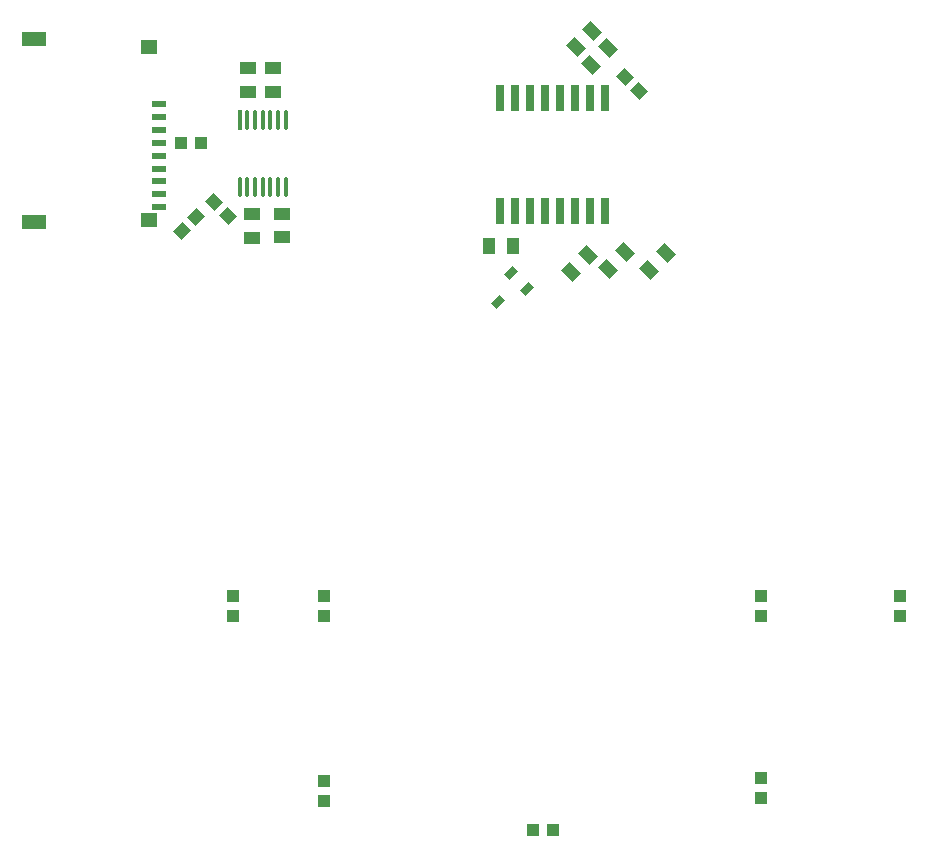
<source format=gbp>
G04*
G04 #@! TF.GenerationSoftware,Altium Limited,Altium Designer,23.10.1 (27)*
G04*
G04 Layer_Color=128*
%FSLAX25Y25*%
%MOIN*%
G70*
G04*
G04 #@! TF.SameCoordinates,F6535FD2-0468-4A63-920D-5F40DC5DF58B*
G04*
G04*
G04 #@! TF.FilePolarity,Positive*
G04*
G01*
G75*
%ADD17R,0.05512X0.03937*%
G04:AMPARAMS|DCode=51|XSize=43.31mil|YSize=39.37mil|CornerRadius=0mil|HoleSize=0mil|Usage=FLASHONLY|Rotation=135.000|XOffset=0mil|YOffset=0mil|HoleType=Round|Shape=Rectangle|*
%AMROTATEDRECTD51*
4,1,4,0.02923,-0.00139,0.00139,-0.02923,-0.02923,0.00139,-0.00139,0.02923,0.02923,-0.00139,0.0*
%
%ADD51ROTATEDRECTD51*%

%ADD52R,0.07874X0.04724*%
%ADD53R,0.05512X0.04724*%
%ADD54R,0.05118X0.02362*%
G04:AMPARAMS|DCode=56|XSize=42.13mil|YSize=23.62mil|CornerRadius=0mil|HoleSize=0mil|Usage=FLASHONLY|Rotation=45.000|XOffset=0mil|YOffset=0mil|HoleType=Round|Shape=Rectangle|*
%AMROTATEDRECTD56*
4,1,4,-0.00654,-0.02325,-0.02325,-0.00654,0.00654,0.02325,0.02325,0.00654,-0.00654,-0.02325,0.0*
%
%ADD56ROTATEDRECTD56*%

%ADD57R,0.04331X0.03937*%
%ADD58R,0.02500X0.08504*%
G04:AMPARAMS|DCode=59|XSize=65.17mil|YSize=14.99mil|CornerRadius=7.5mil|HoleSize=0mil|Usage=FLASHONLY|Rotation=270.000|XOffset=0mil|YOffset=0mil|HoleType=Round|Shape=RoundedRectangle|*
%AMROUNDEDRECTD59*
21,1,0.06517,0.00000,0,0,270.0*
21,1,0.05018,0.01499,0,0,270.0*
1,1,0.01499,0.00000,-0.02509*
1,1,0.01499,0.00000,0.02509*
1,1,0.01499,0.00000,0.02509*
1,1,0.01499,0.00000,-0.02509*
%
%ADD59ROUNDEDRECTD59*%
%ADD60R,0.01499X0.06517*%
G04:AMPARAMS|DCode=61|XSize=43.31mil|YSize=39.37mil|CornerRadius=0mil|HoleSize=0mil|Usage=FLASHONLY|Rotation=45.000|XOffset=0mil|YOffset=0mil|HoleType=Round|Shape=Rectangle|*
%AMROTATEDRECTD61*
4,1,4,-0.00139,-0.02923,-0.02923,-0.00139,0.00139,0.02923,0.02923,0.00139,-0.00139,-0.02923,0.0*
%
%ADD61ROTATEDRECTD61*%

G04:AMPARAMS|DCode=62|XSize=55.12mil|YSize=39.37mil|CornerRadius=0mil|HoleSize=0mil|Usage=FLASHONLY|Rotation=315.000|XOffset=0mil|YOffset=0mil|HoleType=Round|Shape=Rectangle|*
%AMROTATEDRECTD62*
4,1,4,-0.03341,0.00557,-0.00557,0.03341,0.03341,-0.00557,0.00557,-0.03341,-0.03341,0.00557,0.0*
%
%ADD62ROTATEDRECTD62*%

%ADD63R,0.03937X0.05512*%
%ADD65R,0.03937X0.04331*%
D17*
X85000Y254732D02*
D03*
Y262606D02*
D03*
X95000Y262874D02*
D03*
Y255000D02*
D03*
X83500Y303394D02*
D03*
Y311268D02*
D03*
X92000Y303394D02*
D03*
Y311268D02*
D03*
D51*
X72134Y266866D02*
D03*
X76866Y262134D02*
D03*
X209134Y308366D02*
D03*
X213866Y303634D02*
D03*
D52*
X12228Y259949D02*
D03*
Y321051D02*
D03*
D53*
X50424Y318377D02*
D03*
Y260581D02*
D03*
D54*
X53772Y264912D02*
D03*
Y269243D02*
D03*
Y273573D02*
D03*
Y277904D02*
D03*
Y282235D02*
D03*
Y286565D02*
D03*
Y290896D02*
D03*
Y295227D02*
D03*
Y299558D02*
D03*
D56*
X167062Y233561D02*
D03*
X176583Y237793D02*
D03*
X171293Y243082D02*
D03*
D57*
X185346Y57500D02*
D03*
X178654D02*
D03*
X61154Y286500D02*
D03*
X67847D02*
D03*
D58*
X202500Y301398D02*
D03*
X197500Y301398D02*
D03*
X192500Y301398D02*
D03*
X187500D02*
D03*
X182500D02*
D03*
X177500D02*
D03*
X172500Y301398D02*
D03*
X167500Y301398D02*
D03*
Y263602D02*
D03*
X172500Y263602D02*
D03*
X177500Y263602D02*
D03*
X182500D02*
D03*
X187500D02*
D03*
X192500D02*
D03*
X197500Y263602D02*
D03*
X202500Y263602D02*
D03*
D59*
X80823Y271876D02*
D03*
X83382D02*
D03*
X85941D02*
D03*
X88500D02*
D03*
X91059D02*
D03*
X93618D02*
D03*
X96177D02*
D03*
Y294124D02*
D03*
X93618D02*
D03*
X91059D02*
D03*
X88500D02*
D03*
X85941D02*
D03*
X83382D02*
D03*
D60*
X80823D02*
D03*
D61*
X66366Y261866D02*
D03*
X61634Y257134D02*
D03*
D62*
X203704Y244525D02*
D03*
X209271Y250092D02*
D03*
X191204Y243525D02*
D03*
X196771Y249092D02*
D03*
X217204Y244024D02*
D03*
X222771Y249592D02*
D03*
X192778Y318278D02*
D03*
X198346Y323846D02*
D03*
X198000Y312500D02*
D03*
X203568Y318068D02*
D03*
D63*
X163894Y252000D02*
D03*
X171768D02*
D03*
D65*
X301000Y135346D02*
D03*
Y128654D02*
D03*
X254500Y135346D02*
D03*
Y128654D02*
D03*
Y74846D02*
D03*
Y68154D02*
D03*
X109000Y73846D02*
D03*
Y67154D02*
D03*
Y135346D02*
D03*
Y128654D02*
D03*
X78500Y135346D02*
D03*
Y128654D02*
D03*
M02*

</source>
